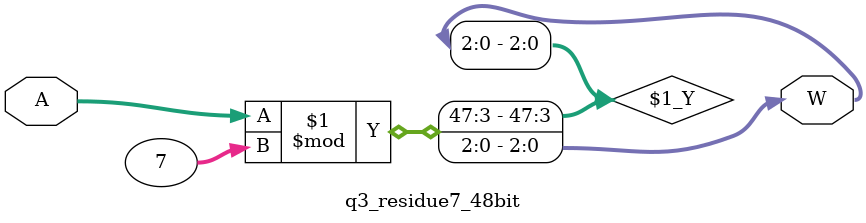
<source format=sv>
`timescale 1ns/1ns
module q3_residue7_48bit #(parameter NUM_OF_BITS_INPUT = 48, DELAY = 656, NUM_OF_BITS_OUTPUT = 3)
 (input [NUM_OF_BITS_INPUT - 1:0]A, output [NUM_OF_BITS_OUTPUT - 1:0]W);
	assign #DELAY W = A % 7;
endmodule

</source>
